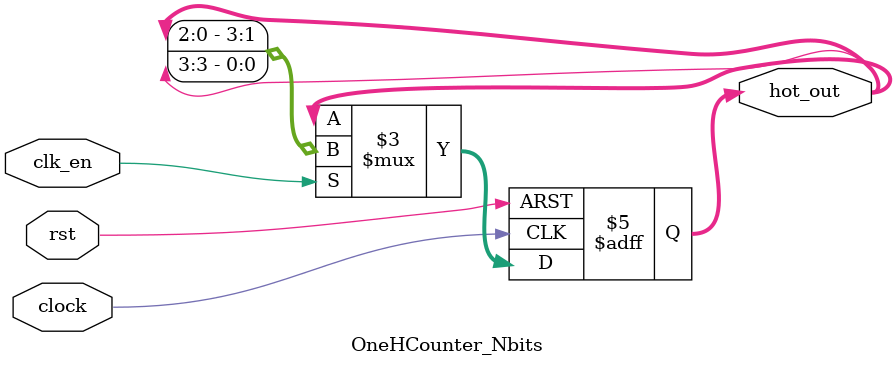
<source format=v>
module OneHCounter_Nbits(clock, clk_en, rst, hot_out);

	parameter N = 4;
	input clock, clk_en, rst;
	output reg [N-1:0] hot_out;
	
	always @(posedge clock, posedge rst) begin
		if (rst == 1'b1) begin
			hot_out <= 1;
		end
		else begin
			if (clk_en) begin
				hot_out <= {hot_out[N-2:0], hot_out[N-1]};
			end
		end
	end
endmodule

</source>
